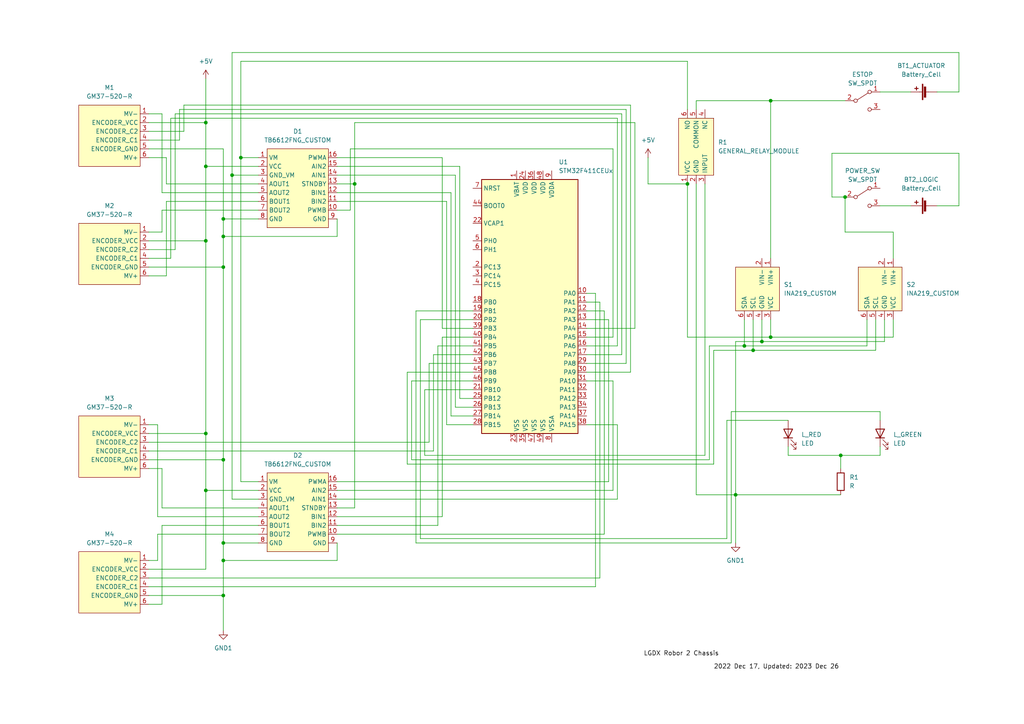
<source format=kicad_sch>
(kicad_sch (version 20211123) (generator eeschema)
  (paper "A4")
  (lib_symbols
    (symbol "Analog_ADC:INA219_CUSTOM"
      (property "Reference" "S" (at 0 11.43 0))
      (property "Value" "INA219_CUSTOM" (at 0 8.89 0))
      (symbol "INA219_CUSTOM_0_1"
        (rectangle (start -6.35 6.35) (end 6.35 -6.35) (fill (type background)))
      )
      (symbol "INA219_CUSTOM_1_1"
        (pin input line (at -8.89 3.81 0) (length 2.54) (name "VIN+") (number "1"))
        (pin input line (at -8.89 1.27 0) (length 2.54) (name "VIN-") (number "2"))
        (pin input line (at 8.89 3.81 180) (length 2.54) (name "VCC") (number "3"))
        (pin input line (at 8.89 1.27 180) (length 2.54) (name "GND") (number "4"))
        (pin input line (at 8.89 -1.27 180) (length 2.54) (name "SCL") (number "5"))
        (pin input line (at 8.89 -3.81 180) (length 2.54) (name "SDA") (number "6"))
      )
    )
    (symbol "Device:Battery_Cell" (pin_numbers hide) (pin_names (offset 0) hide)
      (property "Reference" "BT" (at 2.54 2.54 0))
      (property "Value" "Battery_Cell" (at 2.54 0 0))
      (symbol "Battery_Cell_0_1"
        (rectangle (start -2.286 1.778) (end 2.286 1.524) (fill (type outline)))
        (rectangle (start -1.5748 1.1938) (end 1.4732 0.6858) (fill (type outline)))
        (polyline (pts (xy 0 0.762) (xy 0 0)))
        (polyline (pts (xy 0 1.778) (xy 0 2.54)))
        (polyline (pts (xy 0.508 3.429) (xy 1.524 3.429)) (stroke (width 0.254)))
        (polyline (pts (xy 1.016 3.937) (xy 1.016 2.921)) (stroke (width 0.254)))
      )
      (symbol "Battery_Cell_1_1"
        (pin passive line (at 0 5.08 270) (length 2.54) (name "+") (number "1"))
        (pin passive line (at 0 -2.54 90) (length 2.54) (name "-") (number "2"))
      )
    )
    (symbol "Device:LED" (pin_numbers hide) (pin_names (offset 1.016) hide)
      (property "Reference" "D" (at 0 2.54 0))
      (property "Value" "LED" (at 0 -2.54 0))
      (symbol "LED_0_1"
        (polyline (pts (xy -1.27 -1.27) (xy -1.27 1.27)) (stroke (width 0.254)))
        (polyline (pts (xy -1.27 0) (xy 1.27 0)))
        (polyline (pts (xy 1.27 -1.27) (xy 1.27 1.27) (xy -1.27 0) (xy 1.27 -1.27)) (stroke (width 0.254)))
        (polyline (pts (xy -3.048 -0.762) (xy -4.572 -2.286) (xy -3.81 -2.286) (xy -4.572 -2.286) (xy -4.572 -1.524)))
        (polyline (pts (xy -1.778 -0.762) (xy -3.302 -2.286) (xy -2.54 -2.286) (xy -3.302 -2.286) (xy -3.302 -1.524)))
      )
      (symbol "LED_1_1"
        (pin passive line (at -3.81 0 0) (length 2.54) (name "K") (number "1"))
        (pin passive line (at 3.81 0 180) (length 2.54) (name "A") (number "2"))
      )
    )
    (symbol "Device:R" (pin_numbers hide) (pin_names (offset 0))
      (property "Reference" "R" (at 2.032 0 90))
      (property "Value" "R" (at 0 0 90))
      (symbol "R_0_1"
        (rectangle (start -1.016 -2.54) (end 1.016 2.54) (stroke (width 0.254)))
      )
      (symbol "R_1_1"
        (pin passive line (at 0 3.81 270) (length 1.27) (name "~") (number "1"))
        (pin passive line (at 0 -3.81 90) (length 1.27) (name "~") (number "2"))
      )
    )
    (symbol "Driver_Motor:TB6612FNG_CUSTOM"
      (property "Reference" "D" (at -8.89 15.24 0))
      (property "Value" "TB6612FNG_CUSTOM" (at -8.89 12.7 0))
      (symbol "TB6612FNG_CUSTOM_0_1"
        (rectangle (start -8.89 11.43) (end 8.89 -11.43) (fill (type background)))
      )
      (symbol "TB6612FNG_CUSTOM_1_1"
        (pin input line (at -11.43 8.89 0) (length 2.54) (name "VM") (number "1"))
        (pin input line (at 11.43 -6.35 180) (length 2.54) (name "PWMB") (number "10"))
        (pin input line (at 11.43 -3.81 180) (length 2.54) (name "BIN2") (number "11"))
        (pin input line (at 11.43 -1.27 180) (length 2.54) (name "BIN1") (number "12"))
        (pin input line (at 11.43 1.27 180) (length 2.54) (name "STNDBY") (number "13"))
        (pin input line (at 11.43 3.81 180) (length 2.54) (name "AIN1") (number "14"))
        (pin input line (at 11.43 6.35 180) (length 2.54) (name "AIN2") (number "15"))
        (pin input line (at 11.43 8.89 180) (length 2.54) (name "PWMA") (number "16"))
        (pin input line (at -11.43 6.35 0) (length 2.54) (name "VCC") (number "2"))
        (pin input line (at -11.43 3.81 0) (length 2.54) (name "GND_VM") (number "3"))
        (pin input line (at -11.43 1.27 0) (length 2.54) (name "AOUT1") (number "4"))
        (pin input line (at -11.43 -1.27 0) (length 2.54) (name "AOUT2") (number "5"))
        (pin input line (at -11.43 -3.81 0) (length 2.54) (name "BOUT1") (number "6"))
        (pin input line (at -11.43 -6.35 0) (length 2.54) (name "BOUT2") (number "7"))
        (pin input line (at -11.43 -8.89 0) (length 2.54) (name "GND") (number "8"))
        (pin input line (at 11.43 -8.89 180) (length 2.54) (name "GND") (number "9"))
      )
    )
    (symbol "GM37-520-R_1"
      (property "Reference" "M" (at 0 13.97 0))
      (property "Value" "GM37-520-R_1" (at 0 11.43 0))
      (symbol "GM37-520-R_1_0_1"
        (rectangle (start -8.89 8.89) (end 8.89 -8.89) (fill (type background)))
      )
      (symbol "GM37-520-R_1_1_1"
        (pin input line (at 11.43 6.35 180) (length 2.54) (name "MV-") (number "1"))
        (pin input line (at 11.43 3.81 180) (length 2.54) (name "ENCODER_VCC") (number "2"))
        (pin input line (at 11.43 1.27 180) (length 2.54) (name "ENCODER_C2") (number "3"))
        (pin input line (at 11.43 -1.27 180) (length 2.54) (name "ENCODER_C1") (number "4"))
        (pin input line (at 11.43 -3.81 180) (length 2.54) (name "ENCODER_GND") (number "5"))
        (pin input line (at 11.43 -6.35 180) (length 2.54) (name "MV+") (number "6"))
      )
    )
    (symbol "GM37-520-R_2"
      (property "Reference" "M" (at 0 13.97 0))
      (property "Value" "GM37-520-R_2" (at 0 11.43 0))
      (symbol "GM37-520-R_2_0_1"
        (rectangle (start -8.89 8.89) (end 8.89 -8.89) (fill (type background)))
      )
      (symbol "GM37-520-R_2_1_1"
        (pin input line (at 11.43 6.35 180) (length 2.54) (name "MV-") (number "1"))
        (pin input line (at 11.43 3.81 180) (length 2.54) (name "ENCODER_VCC") (number "2"))
        (pin input line (at 11.43 1.27 180) (length 2.54) (name "ENCODER_C2") (number "3"))
        (pin input line (at 11.43 -1.27 180) (length 2.54) (name "ENCODER_C1") (number "4"))
        (pin input line (at 11.43 -3.81 180) (length 2.54) (name "ENCODER_GND") (number "5"))
        (pin input line (at 11.43 -6.35 180) (length 2.54) (name "MV+") (number "6"))
      )
    )
    (symbol "GM37-520-R_3"
      (property "Reference" "M" (at 0 13.97 0))
      (property "Value" "GM37-520-R_3" (at 0 11.43 0))
      (symbol "GM37-520-R_3_0_1"
        (rectangle (start -8.89 8.89) (end 8.89 -8.89) (fill (type background)))
      )
      (symbol "GM37-520-R_3_1_1"
        (pin input line (at 11.43 6.35 180) (length 2.54) (name "MV-") (number "1"))
        (pin input line (at 11.43 3.81 180) (length 2.54) (name "ENCODER_VCC") (number "2"))
        (pin input line (at 11.43 1.27 180) (length 2.54) (name "ENCODER_C2") (number "3"))
        (pin input line (at 11.43 -1.27 180) (length 2.54) (name "ENCODER_C1") (number "4"))
        (pin input line (at 11.43 -3.81 180) (length 2.54) (name "ENCODER_GND") (number "5"))
        (pin input line (at 11.43 -6.35 180) (length 2.54) (name "MV+") (number "6"))
      )
    )
    (symbol "MCU_ST_STM32F4:STM32F411CEUx"
      (property "Reference" "U" (at -15.24 36.83 0))
      (property "Value" "STM32F411CEUx" (at 7.62 36.83 0))
      (symbol "STM32F411CEUx_0_1"
        (rectangle (start -15.24 -38.1) (end 12.7 35.56) (stroke (width 0.254)) (fill (type background)))
      )
      (symbol "STM32F411CEUx_1_1"
        (pin power_in line (at -5.08 38.1 270) (length 2.54) (name "VBAT") (number "1"))
        (pin bidirectional line (at 15.24 2.54 180) (length 2.54) (name "PA0") (number "10"))
        (pin bidirectional line (at 15.24 0 180) (length 2.54) (name "PA1") (number "11"))
        (pin bidirectional line (at 15.24 -2.54 180) (length 2.54) (name "PA2") (number "12"))
        (pin bidirectional line (at 15.24 -5.08 180) (length 2.54) (name "PA3") (number "13"))
        (pin bidirectional line (at 15.24 -7.62 180) (length 2.54) (name "PA4") (number "14"))
        (pin bidirectional line (at 15.24 -10.16 180) (length 2.54) (name "PA5") (number "15"))
        (pin bidirectional line (at 15.24 -12.7 180) (length 2.54) (name "PA6") (number "16"))
        (pin bidirectional line (at 15.24 -15.24 180) (length 2.54) (name "PA7") (number "17"))
        (pin bidirectional line (at -17.78 0 0) (length 2.54) (name "PB0") (number "18"))
        (pin bidirectional line (at -17.78 -2.54 0) (length 2.54) (name "PB1") (number "19"))
        (pin bidirectional line (at -17.78 10.16 0) (length 2.54) (name "PC13") (number "2"))
        (pin bidirectional line (at -17.78 -5.08 0) (length 2.54) (name "PB2") (number "20"))
        (pin bidirectional line (at -17.78 -25.4 0) (length 2.54) (name "PB10") (number "21"))
        (pin power_in line (at -17.78 22.86 0) (length 2.54) (name "VCAP1") (number "22"))
        (pin power_in line (at -5.08 -40.64 90) (length 2.54) (name "VSS") (number "23"))
        (pin power_in line (at -2.54 38.1 270) (length 2.54) (name "VDD") (number "24"))
        (pin bidirectional line (at -17.78 -27.94 0) (length 2.54) (name "PB12") (number "25"))
        (pin bidirectional line (at -17.78 -30.48 0) (length 2.54) (name "PB13") (number "26"))
        (pin bidirectional line (at -17.78 -33.02 0) (length 2.54) (name "PB14") (number "27"))
        (pin bidirectional line (at -17.78 -35.56 0) (length 2.54) (name "PB15") (number "28"))
        (pin bidirectional line (at 15.24 -17.78 180) (length 2.54) (name "PA8") (number "29"))
        (pin bidirectional line (at -17.78 7.62 0) (length 2.54) (name "PC14") (number "3"))
        (pin bidirectional line (at 15.24 -20.32 180) (length 2.54) (name "PA9") (number "30"))
        (pin bidirectional line (at 15.24 -22.86 180) (length 2.54) (name "PA10") (number "31"))
        (pin bidirectional line (at 15.24 -25.4 180) (length 2.54) (name "PA11") (number "32"))
        (pin bidirectional line (at 15.24 -27.94 180) (length 2.54) (name "PA12") (number "33"))
        (pin bidirectional line (at 15.24 -30.48 180) (length 2.54) (name "PA13") (number "34"))
        (pin power_in line (at -2.54 -40.64 90) (length 2.54) (name "VSS") (number "35"))
        (pin power_in line (at 0 38.1 270) (length 2.54) (name "VDD") (number "36"))
        (pin bidirectional line (at 15.24 -33.02 180) (length 2.54) (name "PA14") (number "37"))
        (pin bidirectional line (at 15.24 -35.56 180) (length 2.54) (name "PA15") (number "38"))
        (pin bidirectional line (at -17.78 -7.62 0) (length 2.54) (name "PB3") (number "39"))
        (pin bidirectional line (at -17.78 5.08 0) (length 2.54) (name "PC15") (number "4"))
        (pin bidirectional line (at -17.78 -10.16 0) (length 2.54) (name "PB4") (number "40"))
        (pin bidirectional line (at -17.78 -12.7 0) (length 2.54) (name "PB5") (number "41"))
        (pin bidirectional line (at -17.78 -15.24 0) (length 2.54) (name "PB6") (number "42"))
        (pin bidirectional line (at -17.78 -17.78 0) (length 2.54) (name "PB7") (number "43"))
        (pin input line (at -17.78 27.94 0) (length 2.54) (name "BOOT0") (number "44"))
        (pin bidirectional line (at -17.78 -20.32 0) (length 2.54) (name "PB8") (number "45"))
        (pin bidirectional line (at -17.78 -22.86 0) (length 2.54) (name "PB9") (number "46"))
        (pin power_in line (at 0 -40.64 90) (length 2.54) (name "VSS") (number "47"))
        (pin power_in line (at 2.54 38.1 270) (length 2.54) (name "VDD") (number "48"))
        (pin power_in line (at 2.54 -40.64 90) (length 2.54) (name "VSS") (number "49"))
        (pin input line (at -17.78 17.78 0) (length 2.54) (name "PH0") (number "5"))
        (pin input line (at -17.78 15.24 0) (length 2.54) (name "PH1") (number "6"))
        (pin input line (at -17.78 33.02 0) (length 2.54) (name "NRST") (number "7"))
        (pin power_in line (at 5.08 -40.64 90) (length 2.54) (name "VSSA") (number "8"))
        (pin power_in line (at 5.08 38.1 270) (length 2.54) (name "VDDA") (number "9"))
      )
    )
    (symbol "Motor:GM37-520-R"
      (property "Reference" "M" (at 0 13.97 0))
      (property "Value" "GM37-520-R" (at 0 11.43 0))
      (symbol "GM37-520-R_0_1"
        (rectangle (start -8.89 8.89) (end 8.89 -8.89) (fill (type background)))
      )
      (symbol "GM37-520-R_1_1"
        (pin input line (at 11.43 6.35 180) (length 2.54) (name "MV-") (number "1"))
        (pin input line (at 11.43 3.81 180) (length 2.54) (name "ENCODER_VCC") (number "2"))
        (pin input line (at 11.43 1.27 180) (length 2.54) (name "ENCODER_C2") (number "3"))
        (pin input line (at 11.43 -1.27 180) (length 2.54) (name "ENCODER_C1") (number "4"))
        (pin input line (at 11.43 -3.81 180) (length 2.54) (name "ENCODER_GND") (number "5"))
        (pin input line (at 11.43 -6.35 180) (length 2.54) (name "MV+") (number "6"))
      )
    )
    (symbol "Relay:GENERAL_RELAY_MODULE"
      (property "Reference" "R" (at 0 10.16 0))
      (property "Value" "GENERAL_RELAY_MODULE" (at 0 7.62 0))
      (symbol "GENERAL_RELAY_MODULE_0_1"
        (rectangle (start -8.89 5.08) (end 7.62 -5.08) (fill (type background)))
      )
      (symbol "GENERAL_RELAY_MODULE_1_1"
        (pin input line (at -11.43 2.54 0) (length 2.54) (name "VCC") (number "1"))
        (pin input line (at -11.43 0 0) (length 2.54) (name "GND") (number "2"))
        (pin input line (at -11.43 -2.54 0) (length 2.54) (name "INPUT") (number "3"))
        (pin input line (at 10.16 -2.54 180) (length 2.54) (name "NC") (number "4"))
        (pin input line (at 10.16 0 180) (length 2.54) (name "COMMON") (number "5"))
        (pin input line (at 10.16 2.54 180) (length 2.54) (name "NO") (number "6"))
      )
    )
    (symbol "Switch:SW_SPDT" (pin_names (offset 0) hide)
      (property "Reference" "SW" (at 0 4.318 0))
      (property "Value" "SW_SPDT" (at 0 -5.08 0))
      (symbol "SW_SPDT_0_0"
        (circle (center -2.032 0) (radius 0.508))
        (circle (center 2.032 -2.54) (radius 0.508))
      )
      (symbol "SW_SPDT_0_1"
        (polyline (pts (xy -1.524 0.254) (xy 1.651 2.286)))
        (circle (center 2.032 2.54) (radius 0.508))
      )
      (symbol "SW_SPDT_1_1"
        (pin passive line (at 5.08 2.54 180) (length 2.54) (name "A") (number "1"))
        (pin passive line (at -5.08 0 0) (length 2.54) (name "B") (number "2"))
        (pin passive line (at 5.08 -2.54 180) (length 2.54) (name "C") (number "3"))
      )
    )
    (symbol "TB6612FNG_CUSTOM_1"
      (property "Reference" "D" (at -8.89 15.24 0))
      (property "Value" "TB6612FNG_CUSTOM_1" (at -8.89 12.7 0))
      (symbol "TB6612FNG_CUSTOM_1_0_1"
        (rectangle (start -8.89 11.43) (end 8.89 -11.43) (fill (type background)))
      )
      (symbol "TB6612FNG_CUSTOM_1_1_1"
        (pin input line (at -11.43 8.89 0) (length 2.54) (name "VM") (number "1"))
        (pin input line (at 11.43 -6.35 180) (length 2.54) (name "PWMB") (number "10"))
        (pin input line (at 11.43 -3.81 180) (length 2.54) (name "BIN2") (number "11"))
        (pin input line (at 11.43 -1.27 180) (length 2.54) (name "BIN1") (number "12"))
        (pin input line (at 11.43 1.27 180) (length 2.54) (name "STNDBY") (number "13"))
        (pin input line (at 11.43 3.81 180) (length 2.54) (name "AIN1") (number "14"))
        (pin input line (at 11.43 6.35 180) (length 2.54) (name "AIN2") (number "15"))
        (pin input line (at 11.43 8.89 180) (length 2.54) (name "PWMA") (number "16"))
        (pin input line (at -11.43 6.35 0) (length 2.54) (name "VCC") (number "2"))
        (pin input line (at -11.43 3.81 0) (length 2.54) (name "GND_VM") (number "3"))
        (pin input line (at -11.43 1.27 0) (length 2.54) (name "AOUT1") (number "4"))
        (pin input line (at -11.43 -1.27 0) (length 2.54) (name "AOUT2") (number "5"))
        (pin input line (at -11.43 -3.81 0) (length 2.54) (name "BOUT1") (number "6"))
        (pin input line (at -11.43 -6.35 0) (length 2.54) (name "BOUT2") (number "7"))
        (pin input line (at -11.43 -8.89 0) (length 2.54) (name "GND") (number "8"))
        (pin input line (at 11.43 -8.89 180) (length 2.54) (name "GND") (number "9"))
      )
    )
    (symbol "power:+5V" (power) (pin_names (offset 0))
      (property "Value" "+5V" (at 0 3.556 0))
      (symbol "+5V_0_1"
        (polyline (pts (xy -0.762 1.27) (xy 0 2.54)))
        (polyline (pts (xy 0 0) (xy 0 2.54)))
        (polyline (pts (xy 0 2.54) (xy 0.762 1.27)))
      )
      (symbol "+5V_1_1"
        (pin power_in line (at 0 0 90) (length 0) hide (name "+5V") (number "1"))
      )
    )
    (symbol "power:GND1" (power) (pin_names (offset 0))
      (property "Value" "GND1" (at 0 -3.81 0))
      (symbol "GND1_0_1"
        (polyline (pts (xy 0 0) (xy 0 -1.27) (xy 1.27 -1.27) (xy 0 -2.54) (xy -1.27 -1.27) (xy 0 -1.27)))
      )
      (symbol "GND1_1_1"
        (pin power_in line (at 0 0 270) (length 0) hide (name "GND1") (number "1"))
      )
    )
  )
  (junction (at 69.85 45.72))
  (junction (at 245.11 57.15))
  (junction (at 220.98 99.06))
  (junction (at 199.39 53.34))
  (junction (at 64.77 68.58))
  (junction (at 59.69 142.24))
  (junction (at 243.84 132.08))
  (junction (at 64.77 63.5))
  (junction (at 102.87 53.34))
  (junction (at 59.69 69.85))
  (junction (at 223.52 29.21))
  (junction (at 64.77 172.72))
  (junction (at 59.69 125.73))
  (junction (at 223.52 97.79))
  (junction (at 215.9 100.33))
  (junction (at 64.77 133.35))
  (junction (at 59.69 35.56))
  (junction (at 59.69 48.26))
  (junction (at 64.77 157.48))
  (junction (at 64.77 77.47))
  (junction (at 67.31 50.8))
  (junction (at 64.77 162.56))
  (junction (at 213.36 143.51))
  (junction (at 218.44 101.6))
  (wire (pts (xy 74.93 142.24) (xy 59.69 142.24)))
  (wire (pts (xy 259.08 92.71) (xy 259.08 97.79)))
  (wire (pts (xy 170.18 97.79) (xy 177.8 97.79)))
  (wire (pts (xy 97.79 63.5) (xy 97.79 68.58)))
  (wire (pts (xy 187.96 45.72) (xy 187.96 53.34)))
  (wire (pts (xy 74.93 50.8) (xy 67.31 50.8)))
  (wire (pts (xy 205.74 100.33) (xy 215.9 100.33)))
  (wire (pts (xy 45.72 162.56) (xy 43.18 162.56)))
  (wire (pts (xy 182.88 30.48) (xy 53.34 30.48)))
  (wire (pts (xy 199.39 31.75) (xy 199.39 17.78)))
  (wire (pts (xy 201.93 29.21) (xy 223.52 29.21)))
  (wire (pts (xy 255.27 132.08) (xy 243.84 132.08)))
  (wire (pts (xy 64.77 43.18) (xy 64.77 63.5)))
  (wire (pts (xy 64.77 77.47) (xy 64.77 133.35)))
  (wire (pts (xy 74.93 60.96) (xy 46.99 60.96)))
  (wire (pts (xy 101.6 43.18) (xy 101.6 60.96)))
  (wire (pts (xy 220.98 92.71) (xy 220.98 99.06)))
  (wire (pts (xy 137.16 97.79) (xy 128.27 97.79)))
  (wire (pts (xy 212.09 119.38) (xy 255.27 119.38)))
  (wire (pts (xy 129.54 123.19) (xy 129.54 58.42)))
  (wire (pts (xy 256.54 99.06) (xy 220.98 99.06)))
  (wire (pts (xy 128.27 97.79) (xy 128.27 149.86)))
  (wire (pts (xy 120.65 90.17) (xy 120.65 157.48)))
  (wire (pts (xy 137.16 120.65) (xy 130.81 120.65)))
  (wire (pts (xy 59.69 69.85) (xy 59.69 48.26)))
  (wire (pts (xy 137.16 123.19) (xy 129.54 123.19)))
  (wire (pts (xy 59.69 69.85) (xy 59.69 125.73)))
  (wire (pts (xy 210.82 156.21) (xy 210.82 121.92)))
  (wire (pts (xy 199.39 97.79) (xy 199.39 53.34)))
  (wire (pts (xy 52.07 31.75) (xy 52.07 40.64)))
  (wire (pts (xy 128.27 149.86) (xy 97.79 149.86)))
  (wire (pts (xy 170.18 90.17) (xy 175.26 90.17)))
  (wire (pts (xy 218.44 101.6) (xy 218.44 92.71)))
  (wire (pts (xy 97.79 142.24) (xy 177.8 142.24)))
  (wire (pts (xy 45.72 149.86) (xy 45.72 123.19)))
  (wire (pts (xy 255.27 129.54) (xy 255.27 132.08)))
  (wire (pts (xy 125.73 102.87) (xy 125.73 130.81)))
  (wire (pts (xy 170.18 92.71) (xy 176.53 92.71)))
  (wire (pts (xy 132.08 118.11) (xy 132.08 50.8)))
  (wire (pts (xy 53.34 38.1) (xy 43.18 38.1)))
  (wire (pts (xy 215.9 100.33) (xy 215.9 92.71)))
  (wire (pts (xy 137.16 113.03) (xy 123.19 113.03)))
  (wire (pts (xy 187.96 53.34) (xy 199.39 53.34)))
  (wire (pts (xy 223.52 29.21) (xy 223.52 74.93)))
  (wire (pts (xy 118.11 134.62) (xy 207.01 134.62)))
  (wire (pts (xy 74.93 154.94) (xy 45.72 154.94)))
  (wire (pts (xy 212.09 119.38) (xy 212.09 157.48)))
  (wire (pts (xy 48.26 45.72) (xy 43.18 45.72)))
  (wire (pts (xy 133.35 48.26) (xy 97.79 48.26)))
  (wire (pts (xy 181.61 105.41) (xy 181.61 31.75)))
  (wire (pts (xy 120.65 157.48) (xy 212.09 157.48)))
  (wire (pts (xy 43.18 165.1) (xy 59.69 165.1)))
  (wire (pts (xy 254 101.6) (xy 218.44 101.6)))
  (wire (pts (xy 204.47 132.08) (xy 204.47 53.34)))
  (wire (pts (xy 59.69 22.86) (xy 59.69 35.56)))
  (wire (pts (xy 59.69 125.73) (xy 59.69 142.24)))
  (wire (pts (xy 67.31 144.78) (xy 67.31 50.8)))
  (wire (pts (xy 48.26 80.01) (xy 43.18 80.01)))
  (wire (pts (xy 175.26 154.94) (xy 97.79 154.94)))
  (wire (pts (xy 129.54 58.42) (xy 97.79 58.42)))
  (wire (pts (xy 64.77 157.48) (xy 64.77 162.56)))
  (wire (pts (xy 170.18 105.41) (xy 181.61 105.41)))
  (wire (pts (xy 177.8 142.24) (xy 177.8 110.49)))
  (wire (pts (xy 74.93 53.34) (xy 48.26 53.34)))
  (wire (pts (xy 241.3 44.45) (xy 278.13 44.45)))
  (wire (pts (xy 43.18 125.73) (xy 59.69 125.73)))
  (wire (pts (xy 46.99 152.4) (xy 46.99 175.26)))
  (wire (pts (xy 210.82 121.92) (xy 228.6 121.92)))
  (wire (pts (xy 255.27 119.38) (xy 255.27 121.92)))
  (wire (pts (xy 170.18 85.09) (xy 172.72 85.09)))
  (wire (pts (xy 130.81 120.65) (xy 130.81 55.88)))
  (wire (pts (xy 223.52 29.21) (xy 245.11 29.21)))
  (wire (pts (xy 177.8 43.18) (xy 177.8 97.79)))
  (wire (pts (xy 119.38 133.35) (xy 205.74 133.35)))
  (wire (pts (xy 97.79 162.56) (xy 64.77 162.56)))
  (wire (pts (xy 97.79 53.34) (xy 102.87 53.34)))
  (wire (pts (xy 255.27 59.69) (xy 264.16 59.69)))
  (wire (pts (xy 179.07 100.33) (xy 179.07 34.29)))
  (wire (pts (xy 137.16 105.41) (xy 124.46 105.41)))
  (wire (pts (xy 43.18 35.56) (xy 59.69 35.56)))
  (wire (pts (xy 46.99 55.88) (xy 46.99 33.02)))
  (wire (pts (xy 74.93 144.78) (xy 67.31 144.78)))
  (wire (pts (xy 43.18 43.18) (xy 64.77 43.18)))
  (wire (pts (xy 241.3 57.15) (xy 241.3 44.45)))
  (wire (pts (xy 52.07 40.64) (xy 43.18 40.64)))
  (wire (pts (xy 137.16 118.11) (xy 132.08 118.11)))
  (wire (pts (xy 259.08 97.79) (xy 223.52 97.79)))
  (wire (pts (xy 46.99 175.26) (xy 43.18 175.26)))
  (wire (pts (xy 175.26 90.17) (xy 175.26 154.94)))
  (wire (pts (xy 133.35 115.57) (xy 133.35 48.26)))
  (wire (pts (xy 46.99 147.32) (xy 46.99 135.89)))
  (wire (pts (xy 121.92 156.21) (xy 210.82 156.21)))
  (wire (pts (xy 177.8 43.18) (xy 101.6 43.18)))
  (wire (pts (xy 213.36 143.51) (xy 213.36 157.48)))
  (wire (pts (xy 251.46 92.71) (xy 251.46 100.33)))
  (wire (pts (xy 69.85 45.72) (xy 74.93 45.72)))
  (wire (pts (xy 128.27 45.72) (xy 97.79 45.72)))
  (wire (pts (xy 137.16 102.87) (xy 125.73 102.87)))
  (wire (pts (xy 43.18 69.85) (xy 59.69 69.85)))
  (wire (pts (xy 46.99 33.02) (xy 43.18 33.02)))
  (wire (pts (xy 69.85 17.78) (xy 69.85 45.72)))
  (wire (pts (xy 59.69 142.24) (xy 59.69 165.1)))
  (wire (pts (xy 137.16 115.57) (xy 133.35 115.57)))
  (wire (pts (xy 228.6 132.08) (xy 243.84 132.08)))
  (wire (pts (xy 64.77 68.58) (xy 64.77 77.47)))
  (wire (pts (xy 278.13 15.24) (xy 278.13 26.67)))
  (wire (pts (xy 130.81 55.88) (xy 97.79 55.88)))
  (wire (pts (xy 43.18 133.35) (xy 64.77 133.35)))
  (wire (pts (xy 46.99 135.89) (xy 43.18 135.89)))
  (wire (pts (xy 123.19 113.03) (xy 123.19 132.08)))
  (wire (pts (xy 278.13 26.67) (xy 271.78 26.67)))
  (wire (pts (xy 213.36 99.06) (xy 213.36 143.51)))
  (wire (pts (xy 170.18 100.33) (xy 179.07 100.33)))
  (wire (pts (xy 74.93 152.4) (xy 46.99 152.4)))
  (wire (pts (xy 251.46 100.33) (xy 215.9 100.33)))
  (wire (pts (xy 176.53 139.7) (xy 97.79 139.7)))
  (wire (pts (xy 170.18 107.95) (xy 182.88 107.95)))
  (wire (pts (xy 243.84 132.08) (xy 243.84 135.89)))
  (wire (pts (xy 137.16 110.49) (xy 119.38 110.49)))
  (wire (pts (xy 67.31 50.8) (xy 67.31 15.24)))
  (wire (pts (xy 201.93 29.21) (xy 201.93 31.75)))
  (wire (pts (xy 97.79 60.96) (xy 101.6 60.96)))
  (wire (pts (xy 256.54 92.71) (xy 256.54 99.06)))
  (wire (pts (xy 102.87 53.34) (xy 102.87 147.32)))
  (wire (pts (xy 119.38 110.49) (xy 119.38 133.35)))
  (wire (pts (xy 228.6 129.54) (xy 228.6 132.08)))
  (wire (pts (xy 128.27 95.25) (xy 128.27 45.72)))
  (wire (pts (xy 43.18 123.19) (xy 45.72 123.19)))
  (wire (pts (xy 64.77 162.56) (xy 64.77 172.72)))
  (wire (pts (xy 245.11 57.15) (xy 241.3 57.15)))
  (wire (pts (xy 201.93 143.51) (xy 213.36 143.51)))
  (wire (pts (xy 49.53 34.29) (xy 49.53 74.93)))
  (wire (pts (xy 102.87 35.56) (xy 102.87 53.34)))
  (wire (pts (xy 127 100.33) (xy 127 152.4)))
  (wire (pts (xy 45.72 154.94) (xy 45.72 162.56)))
  (wire (pts (xy 179.07 123.19) (xy 179.07 144.78)))
  (wire (pts (xy 223.52 92.71) (xy 223.52 97.79)))
  (wire (pts (xy 255.27 26.67) (xy 264.16 26.67)))
  (wire (pts (xy 181.61 31.75) (xy 52.07 31.75)))
  (wire (pts (xy 50.8 72.39) (xy 43.18 72.39)))
  (wire (pts (xy 48.26 53.34) (xy 48.26 45.72)))
  (wire (pts (xy 278.13 59.69) (xy 271.78 59.69)))
  (wire (pts (xy 74.93 139.7) (xy 69.85 139.7)))
  (wire (pts (xy 223.52 97.79) (xy 199.39 97.79)))
  (wire (pts (xy 170.18 102.87) (xy 180.34 102.87)))
  (wire (pts (xy 46.99 67.31) (xy 43.18 67.31)))
  (wire (pts (xy 64.77 133.35) (xy 64.77 157.48)))
  (wire (pts (xy 201.93 53.34) (xy 201.93 143.51)))
  (wire (pts (xy 124.46 105.41) (xy 124.46 128.27)))
  (wire (pts (xy 278.13 44.45) (xy 278.13 59.69)))
  (wire (pts (xy 125.73 130.81) (xy 43.18 130.81)))
  (wire (pts (xy 74.93 157.48) (xy 64.77 157.48)))
  (wire (pts (xy 97.79 157.48) (xy 97.79 162.56)))
  (wire (pts (xy 170.18 123.19) (xy 179.07 123.19)))
  (wire (pts (xy 207.01 134.62) (xy 207.01 101.6)))
  (wire (pts (xy 137.16 90.17) (xy 120.65 90.17)))
  (wire (pts (xy 137.16 100.33) (xy 127 100.33)))
  (wire (pts (xy 74.93 147.32) (xy 46.99 147.32)))
  (wire (pts (xy 74.93 63.5) (xy 64.77 63.5)))
  (wire (pts (xy 97.79 147.32) (xy 102.87 147.32)))
  (wire (pts (xy 74.93 55.88) (xy 46.99 55.88)))
  (wire (pts (xy 48.26 58.42) (xy 48.26 80.01)))
  (wire (pts (xy 172.72 85.09) (xy 172.72 170.18)))
  (wire (pts (xy 170.18 110.49) (xy 177.8 110.49)))
  (wire (pts (xy 259.08 67.31) (xy 259.08 74.93)))
  (wire (pts (xy 243.84 143.51) (xy 213.36 143.51)))
  (wire (pts (xy 118.11 107.95) (xy 118.11 134.62)))
  (wire (pts (xy 176.53 92.71) (xy 176.53 139.7)))
  (wire (pts (xy 170.18 95.25) (xy 184.15 95.25)))
  (wire (pts (xy 43.18 77.47) (xy 64.77 77.47)))
  (wire (pts (xy 69.85 139.7) (xy 69.85 45.72)))
  (wire (pts (xy 49.53 74.93) (xy 43.18 74.93)))
  (wire (pts (xy 245.11 67.31) (xy 245.11 57.15)))
  (wire (pts (xy 43.18 172.72) (xy 64.77 172.72)))
  (wire (pts (xy 124.46 128.27) (xy 43.18 128.27)))
  (wire (pts (xy 179.07 144.78) (xy 97.79 144.78)))
  (wire (pts (xy 137.16 92.71) (xy 121.92 92.71)))
  (wire (pts (xy 64.77 63.5) (xy 64.77 68.58)))
  (wire (pts (xy 121.92 92.71) (xy 121.92 156.21)))
  (wire (pts (xy 97.79 68.58) (xy 64.77 68.58)))
  (wire (pts (xy 53.34 30.48) (xy 53.34 38.1)))
  (wire (pts (xy 180.34 102.87) (xy 180.34 33.02)))
  (wire (pts (xy 180.34 33.02) (xy 50.8 33.02)))
  (wire (pts (xy 74.93 149.86) (xy 45.72 149.86)))
  (wire (pts (xy 254 92.71) (xy 254 101.6)))
  (wire (pts (xy 127 152.4) (xy 97.79 152.4)))
  (wire (pts (xy 205.74 133.35) (xy 205.74 100.33)))
  (wire (pts (xy 74.93 58.42) (xy 48.26 58.42)))
  (wire (pts (xy 137.16 95.25) (xy 128.27 95.25)))
  (wire (pts (xy 173.99 87.63) (xy 173.99 167.64)))
  (wire (pts (xy 59.69 35.56) (xy 59.69 48.26)))
  (wire (pts (xy 67.31 15.24) (xy 278.13 15.24)))
  (wire (pts (xy 123.19 132.08) (xy 204.47 132.08)))
  (wire (pts (xy 184.15 95.25) (xy 184.15 35.56)))
  (wire (pts (xy 207.01 101.6) (xy 218.44 101.6)))
  (wire (pts (xy 50.8 33.02) (xy 50.8 72.39)))
  (wire (pts (xy 132.08 50.8) (xy 97.79 50.8)))
  (wire (pts (xy 137.16 107.95) (xy 118.11 107.95)))
  (wire (pts (xy 184.15 35.56) (xy 102.87 35.56)))
  (wire (pts (xy 64.77 172.72) (xy 64.77 182.88)))
  (wire (pts (xy 199.39 17.78) (xy 69.85 17.78)))
  (wire (pts (xy 170.18 87.63) (xy 173.99 87.63)))
  (wire (pts (xy 46.99 60.96) (xy 46.99 67.31)))
  (wire (pts (xy 179.07 34.29) (xy 49.53 34.29)))
  (wire (pts (xy 259.08 67.31) (xy 245.11 67.31)))
  (wire (pts (xy 220.98 99.06) (xy 213.36 99.06)))
  (wire (pts (xy 59.69 48.26) (xy 74.93 48.26)))
  (wire (pts (xy 172.72 170.18) (xy 43.18 170.18)))
  (wire (pts (xy 173.99 167.64) (xy 43.18 167.64)))
  (wire (pts (xy 182.88 107.95) (xy 182.88 30.48)))
  (label "LGDX Robor 2 Chassis" (at 186.69 190.5 0))
  (label "2022 Dec 17, Updated: 2023 Dec 26" (at 207.01 194.31 0))
  (symbol (lib_name "GM37-520-R_2") (lib_id "Motor:GM37-520-R") (at 31.75 39.37 0) (unit 1)
    (property "Reference" "M1" (at 31.75 25.4 0))
    (property "Value" "GM37-520-R" (at 31.75 27.94 0))
  )
  (symbol (lib_id "Device:Battery_Cell") (at 269.24 26.67 90) (unit 1)
    (property "Reference" "BT1_ACTUATOR" (at 267.208 19.05 90))
    (property "Value" "Battery_Cell" (at 267.208 21.59 90))
  )
  (symbol (lib_id "power:+5V") (at 59.69 22.86 0) (unit 1)
    (property "Reference" "#PWR?" (effects hide))
    (property "Value" "+5V" (at 59.69 17.78 0))
  )
  (symbol (lib_id "Device:Battery_Cell") (at 269.24 59.69 90) (unit 1)
    (property "Reference" "BT2_LOGIC" (at 267.208 52.07 90))
    (property "Value" "Battery_Cell" (at 267.208 54.61 90))
  )
  (symbol (lib_id "Switch:SW_SPDT") (at 250.19 29.21 0) (unit 1)
    (property "Reference" "ESTOP" (at 250.19 21.59 0))
    (property "Value" "SW_SPDT" (at 250.19 24.13 0))
  )
  (symbol (lib_id "Motor:GM37-520-R") (at 31.75 168.91 0) (unit 1)
    (property "Reference" "M4" (at 31.75 154.94 0))
    (property "Value" "GM37-520-R" (at 31.75 157.48 0))
  )
  (symbol (lib_id "Device:LED") (at 255.27 125.73 90) (unit 1)
    (property "Reference" "L_GREEN" (at 259.08 126.0474 90) (effects (justify right)))
    (property "Value" "LED" (at 259.08 128.5874 90) (effects (justify right)))
  )
  (symbol (lib_id "Relay:GENERAL_RELAY_MODULE") (at 201.93 41.91 90) (unit 1)
    (property "Reference" "R1" (at 208.28 41.2749 90) (effects (justify right)))
    (property "Value" "GENERAL_RELAY_MODULE" (at 208.28 43.8149 90) (effects (justify right)))
  )
  (symbol (lib_id "MCU_ST_STM32F4:STM32F411CEUx") (at 154.94 87.63 0) (unit 1)
    (property "Reference" "U1" (at 162.0394 46.99 0) (effects (justify left)))
    (property "Value" "STM32F411CEUx" (at 162.0394 49.53 0) (effects (justify left)))
    (property "Footprint" "Package_DFN_QFN:QFN-48-1EP_7x7mm_P0.5mm_EP5.6x5.6mm" (effects hide))
    (property "Datasheet" "http://www.st.com/st-web-ui/static/active/en/resource/technical/document/datasheet/DM00115249.pdf" (effects hide))
  )
  (symbol (lib_name "TB6612FNG_CUSTOM_1") (lib_id "Driver_Motor:TB6612FNG_CUSTOM") (at 86.36 54.61 0) (unit 1)
    (property "Reference" "D1" (at 86.36 38.1 0))
    (property "Value" "TB6612FNG_CUSTOM" (at 86.36 40.64 0))
  )
  (symbol (lib_id "Switch:SW_SPDT") (at 250.19 57.15 0) (unit 1)
    (property "Reference" "POWER_SW" (at 250.19 49.53 0))
    (property "Value" "SW_SPDT" (at 250.19 52.07 0))
  )
  (symbol (lib_id "Analog_ADC:INA219_CUSTOM") (at 219.71 83.82 270) (unit 1)
    (property "Reference" "S1" (at 227.33 82.5499 90) (effects (justify left)))
    (property "Value" "INA219_CUSTOM" (at 227.33 85.0899 90) (effects (justify left)))
  )
  (symbol (lib_id "power:GND1") (at 213.36 157.48 0) (unit 1)
    (property "Reference" "#PWR?" (effects hide))
    (property "Value" "GND1" (at 213.36 162.56 0))
  )
  (symbol (lib_id "power:GND1") (at 64.77 182.88 0) (unit 1)
    (property "Reference" "#PWR?" (effects hide))
    (property "Value" "GND1" (at 64.77 187.96 0))
  )
  (symbol (lib_name "GM37-520-R_1") (lib_id "Motor:GM37-520-R") (at 31.75 73.66 0) (unit 1)
    (property "Reference" "M2" (at 31.75 59.69 0))
    (property "Value" "GM37-520-R" (at 31.75 62.23 0))
  )
  (symbol (lib_id "power:+5V") (at 187.96 45.72 0) (unit 1)
    (property "Reference" "#PWR?" (effects hide))
    (property "Value" "+5V" (at 187.96 40.64 0))
  )
  (symbol (lib_id "Device:LED") (at 228.6 125.73 90) (unit 1)
    (property "Reference" "L_RED" (at 232.41 126.0474 90) (effects (justify right)))
    (property "Value" "LED" (at 232.41 128.5874 90) (effects (justify right)))
  )
  (symbol (lib_id "Device:R") (at 243.84 139.7 0) (unit 1)
    (property "Reference" "R1" (at 246.38 138.4299 0) (effects (justify left)))
    (property "Value" "R" (at 246.38 140.9699 0) (effects (justify left)))
  )
  (symbol (lib_id "Driver_Motor:TB6612FNG_CUSTOM") (at 86.36 148.59 0) (unit 1)
    (property "Reference" "D2" (at 86.36 132.08 0))
    (property "Value" "TB6612FNG_CUSTOM" (at 86.36 134.62 0))
  )
  (symbol (lib_name "GM37-520-R_3") (lib_id "Motor:GM37-520-R") (at 31.75 129.54 0) (unit 1)
    (property "Reference" "M3" (at 31.75 115.57 0))
    (property "Value" "GM37-520-R" (at 31.75 118.11 0))
  )
  (symbol (lib_id "Analog_ADC:INA219_CUSTOM") (at 255.27 83.82 270) (unit 1)
    (property "Reference" "S2" (at 262.89 82.5499 90) (effects (justify left)))
    (property "Value" "INA219_CUSTOM" (at 262.89 85.0899 90) (effects (justify left)))
  )
)
</source>
